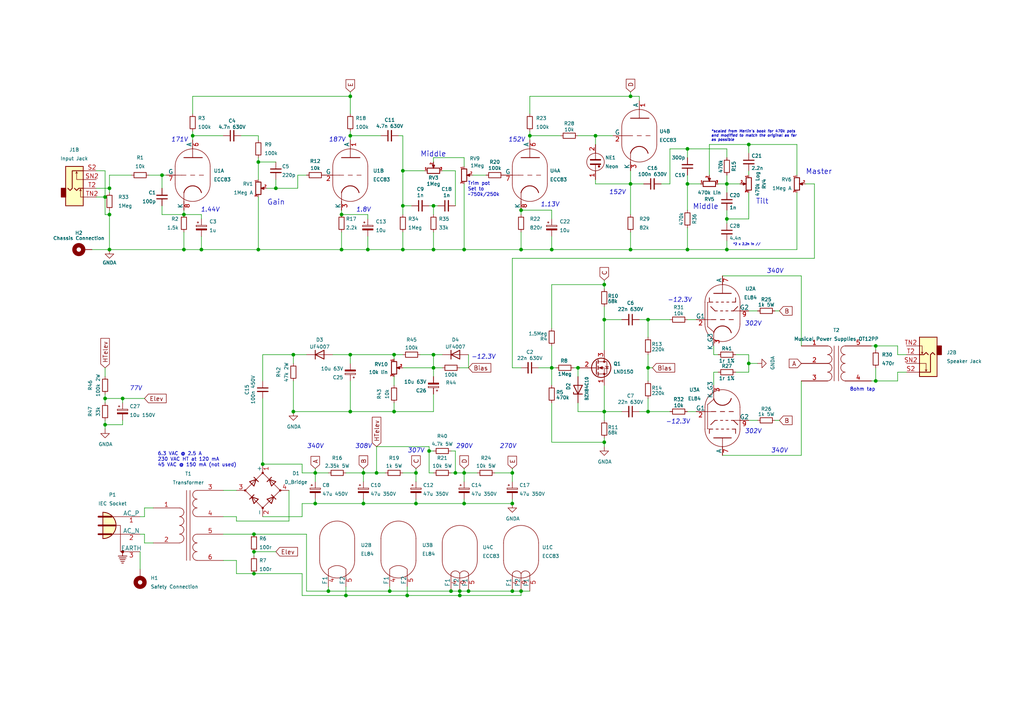
<source format=kicad_sch>
(kicad_sch (version 20250114) (generator "eeschema") (generator_version "9.0")
  (paper "A4")
  (text "Gain" (at 77.47 59.69 0) (effects (font (size 1.524 1.524)) (justify left bottom)))
  (text "1.44V" (at 60.96 60.96 0) (effects (font (size 1.27 1.27) (italic yes))))
  (text "-12.3V" (at 196.596 122.428 0) (effects (font (size 1.27 1.27) (italic yes))))
  (text "290V" (at 134.62 129.54 0) (effects (font (size 1.27 1.27) (italic yes))))
  (text "340V" (at 224.79 78.74 0) (effects (font (size 1.27 1.27) (italic yes))))
  (text "340V" (at 226.06 130.81 0) (effects (font (size 1.27 1.27) (italic yes))))
  (text "-12.3V" (at 197.104 87.122 0) (effects (font (size 1.27 1.27) (italic yes))))
  (text "152V" (at 179.07 55.88 0) (effects (font (size 1.27 1.27) (italic yes))))
  (text "308V" (at 105.41 129.54 0) (effects (font (size 1.27 1.27) (italic yes))))
  (text "Trim pot\nSet to\n~750k/250k" (at 135.636 57.15 0) (effects (font (size 1 1)) (justify left bottom)))
  (text "*scaled from Merlin's book for 470k pots\nand modified to match the original as far\nas possible" (at 206.248 41.148 0) (effects (font (size 0.762 0.762) (italic yes)) (justify left bottom)))
  (text "302V" (at 218.44 125.222 0) (effects (font (size 1.27 1.27) (italic yes))))
  (text "152V" (at 149.86 40.64 0) (effects (font (size 1.27 1.27) (italic yes))))
  (text "307V" (at 120.65 130.81 0) (effects (font (size 1.27 1.27) (italic yes))))
  (text "Tilt" (at 219.202 59.436 0) (effects (font (size 1.524 1.524)) (justify left bottom)))
  (text "Middle" (at 200.914 60.96 0) (effects (font (size 1.524 1.524)) (justify left bottom)))
  (text "302V" (at 218.44 93.98 0) (effects (font (size 1.27 1.27) (italic yes))))
  (text "*2 x 2.2n in //" (at 212.598 71.374 0) (effects (font (size 0.635 0.635)) (justify left bottom)))
  (text "Master" (at 233.68 50.8 0) (effects (font (size 1.524 1.524)) (justify left bottom)))
  (text "1.8V" (at 105.41 60.96 0) (effects (font (size 1.27 1.27) (italic yes))))
  (text "-12.3V" (at 140.208 103.632 0) (effects (font (size 1.27 1.27) (italic yes))))
  (text "6.3 VAC @ 2.5 A\n230 VAC HT at 120 mA\n45 VAC @ 150 mA (not used)" (at 45.72 133.35 0) (effects (font (size 1 1)) (justify left)))
  (text "Middle" (at 121.92 45.72 0) (effects (font (size 1.524 1.524)) (justify left bottom)))
  (text "187V" (at 97.79 40.64 0) (effects (font (size 1.27 1.27) (italic yes))))
  (text "270V" (at 147.32 129.54 0) (effects (font (size 1.27 1.27) (italic yes))))
  (text "8ohm tap" (at 250.19 113.03 0) (effects (font (size 1 1))))
  (text "171V" (at 52.07 40.64 0) (effects (font (size 1.27 1.27) (italic yes))))
  (text "1.13V" (at 159.512 59.436 0) (effects (font (size 1.27 1.27) (italic yes))))
  (text "77V" (at 39.37 112.776 0) (effects (font (size 1.27 1.27) (italic yes))))
  (text "340V" (at 91.44 129.54 0) (effects (font (size 1.27 1.27) (italic yes))))
  (junction (at 31.75 62.23))
  (junction (at 148.59 171.45))
  (junction (at 101.6 39.37))
  (junction (at 182.88 27.94))
  (junction (at 125.73 72.39))
  (junction (at 199.39 72.39))
  (junction (at 85.09 102.87))
  (junction (at 85.09 119.38))
  (junction (at 148.59 137.16))
  (junction (at 30.48 123.19))
  (junction (at 124.46 130.81))
  (junction (at 187.96 106.68))
  (junction (at 175.26 119.38))
  (junction (at 31.75 72.39))
  (junction (at 100.33 172.72))
  (junction (at 182.88 72.39))
  (junction (at 172.72 39.37))
  (junction (at 125.73 59.69))
  (junction (at 30.48 115.57))
  (junction (at 53.34 62.23))
  (junction (at 106.68 72.39))
  (junction (at 167.64 106.68))
  (junction (at 182.88 53.34))
  (junction (at 74.93 72.39))
  (junction (at 95.25 171.45))
  (junction (at 105.41 146.05))
  (junction (at 101.6 27.94))
  (junction (at 74.93 46.99))
  (junction (at 254 110.49))
  (junction (at 175.26 92.71))
  (junction (at 55.88 39.37))
  (junction (at 125.73 102.87))
  (junction (at 113.03 171.45))
  (junction (at 73.66 154.94))
  (junction (at 120.65 146.05))
  (junction (at 199.39 53.34))
  (junction (at 210.82 63.5))
  (junction (at 53.34 72.39))
  (junction (at 31.75 54.61))
  (junction (at 116.84 72.39))
  (junction (at 151.13 60.96))
  (junction (at 175.26 128.27))
  (junction (at 125.73 106.68))
  (junction (at 46.99 50.8))
  (junction (at 118.11 172.72))
  (junction (at 120.65 137.16))
  (junction (at 99.06 72.39))
  (junction (at 114.3 119.38))
  (junction (at 151.13 72.39))
  (junction (at 160.02 72.39))
  (junction (at 187.96 119.38))
  (junction (at 175.26 82.55))
  (junction (at 133.35 171.45))
  (junction (at 35.56 115.57))
  (junction (at 116.84 59.69))
  (junction (at 91.44 137.16))
  (junction (at 91.44 146.05))
  (junction (at 187.96 92.71))
  (junction (at 199.39 43.18))
  (junction (at 153.67 39.37))
  (junction (at 130.81 171.45))
  (junction (at 114.3 102.87))
  (junction (at 101.6 119.38))
  (junction (at 80.01 54.61))
  (junction (at 160.02 106.68))
  (junction (at 254 100.33))
  (junction (at 99.06 62.23))
  (junction (at 210.82 53.34))
  (junction (at 134.62 146.05))
  (junction (at 109.22 137.16))
  (junction (at 135.89 171.45))
  (junction (at 133.35 172.72))
  (junction (at 76.2 134.62))
  (junction (at 151.13 171.45))
  (junction (at 132.08 137.16))
  (junction (at 105.41 137.16))
  (junction (at 73.66 160.02))
  (junction (at 148.59 146.05))
  (junction (at 217.17 105.41))
  (junction (at 30.48 57.15))
  (junction (at 134.62 137.16))
  (junction (at 116.84 49.53))
  (junction (at 73.66 166.37))
  (junction (at 210.82 72.39))
  (junction (at 101.6 102.87))
  (junction (at 58.42 72.39))
  (junction (at 134.62 72.39))
  (junction (at 217.17 41.91))
  (wire (pts (xy 91.44 135.89) (xy 91.44 137.16)))
  (wire (pts (xy 125.73 102.87) (xy 128.27 102.87)))
  (wire (pts (xy 114.3 102.87) (xy 114.3 104.14)))
  (wire (pts (xy 30.48 114.3) (xy 30.48 115.57)))
  (wire (pts (xy 224.79 121.92) (xy 226.06 121.92)))
  (wire (pts (xy 189.23 106.68) (xy 187.96 106.68)))
  (wire (pts (xy 41.91 157.48) (xy 41.91 154.94)))
  (wire (pts (xy 91.44 137.16) (xy 95.25 137.16)))
  (wire (pts (xy 167.64 39.37) (xy 172.72 39.37)))
  (wire (pts (xy 114.3 116.84) (xy 114.3 119.38)))
  (wire (pts (xy 53.34 60.96) (xy 53.34 62.23)))
  (wire (pts (xy 73.66 160.02) (xy 80.01 160.02)))
  (wire (pts (xy 106.68 72.39) (xy 99.06 72.39)))
  (wire (pts (xy 58.42 63.5) (xy 58.42 62.23)))
  (wire (pts (xy 68.58 149.86) (xy 68.58 151.13)))
  (wire (pts (xy 207.01 107.95) (xy 208.28 107.95)))
  (wire (pts (xy 175.26 82.55) (xy 175.26 83.82)))
  (wire (pts (xy 87.63 146.05) (xy 91.44 146.05)))
  (wire (pts (xy 55.88 27.94) (xy 101.6 27.94)))
  (wire (pts (xy 87.63 166.37) (xy 87.63 172.72)))
  (wire (pts (xy 199.39 53.34) (xy 199.39 60.96)))
  (wire (pts (xy 76.2 102.87) (xy 85.09 102.87)))
  (wire (pts (xy 105.41 146.05) (xy 120.65 146.05)))
  (wire (pts (xy 35.56 123.19) (xy 30.48 123.19)))
  (wire (pts (xy 208.28 53.34) (xy 210.82 53.34)))
  (wire (pts (xy 182.88 53.34) (xy 186.69 53.34)))
  (wire (pts (xy 46.99 50.8) (xy 48.26 50.8)))
  (wire (pts (xy 113.03 171.45) (xy 130.81 171.45)))
  (wire (pts (xy 125.73 106.68) (xy 128.27 106.68)))
  (wire (pts (xy 116.84 59.69) (xy 119.38 59.69)))
  (wire (pts (xy 125.73 137.16) (xy 124.46 137.16)))
  (wire (pts (xy 213.36 102.87) (xy 217.17 102.87)))
  (wire (pts (xy 194.31 53.34) (xy 194.31 43.18)))
  (wire (pts (xy 30.48 121.92) (xy 30.48 123.19)))
  (wire (pts (xy 100.33 137.16) (xy 105.41 137.16)))
  (wire (pts (xy 31.75 54.61) (xy 31.75 55.88)))
  (wire (pts (xy 58.42 72.39) (xy 74.93 72.39)))
  (wire (pts (xy 116.84 72.39) (xy 125.73 72.39)))
  (wire (pts (xy 217.17 121.92) (xy 219.71 121.92)))
  (wire (pts (xy 217.17 102.87) (xy 217.17 105.41)))
  (wire (pts (xy 55.88 38.1) (xy 55.88 39.37)))
  (wire (pts (xy 167.64 119.38) (xy 167.64 116.84)))
  (wire (pts (xy 55.88 39.37) (xy 55.88 40.64)))
  (wire (pts (xy 135.89 106.68) (xy 135.89 102.87)))
  (wire (pts (xy 99.06 72.39) (xy 74.93 72.39)))
  (wire (pts (xy 30.48 115.57) (xy 35.56 115.57)))
  (wire (pts (xy 95.25 171.45) (xy 113.03 171.45)))
  (wire (pts (xy 182.88 67.31) (xy 182.88 72.39)))
  (wire (pts (xy 260.35 100.33) (xy 254 100.33)))
  (wire (pts (xy 132.08 137.16) (xy 134.62 137.16)))
  (wire (pts (xy 134.62 146.05) (xy 148.59 146.05)))
  (wire (pts (xy 217.17 41.91) (xy 231.14 41.91)))
  (wire (pts (xy 85.09 110.49) (xy 85.09 119.38)))
  (wire (pts (xy 185.42 27.94) (xy 182.88 27.94)))
  (wire (pts (xy 180.34 119.38) (xy 175.26 119.38)))
  (wire (pts (xy 207.01 100.33) (xy 207.01 102.87)))
  (wire (pts (xy 44.45 147.32) (xy 41.91 147.32)))
  (wire (pts (xy 153.67 27.94) (xy 153.67 33.02)))
  (wire (pts (xy 262.89 107.95) (xy 260.35 107.95)))
  (wire (pts (xy 148.59 171.45) (xy 151.13 171.45)))
  (wire (pts (xy 172.72 39.37) (xy 172.72 41.91)))
  (wire (pts (xy 151.13 60.96) (xy 160.02 60.96)))
  (wire (pts (xy 76.2 110.49) (xy 76.2 102.87)))
  (wire (pts (xy 210.82 63.5) (xy 210.82 64.77)))
  (wire (pts (xy 210.82 53.34) (xy 214.63 53.34)))
  (wire (pts (xy 58.42 68.58) (xy 58.42 72.39)))
  (wire (pts (xy 116.84 39.37) (xy 115.57 39.37)))
  (wire (pts (xy 191.77 53.34) (xy 194.31 53.34)))
  (wire (pts (xy 85.09 102.87) (xy 88.9 102.87)))
  (wire (pts (xy 125.73 106.68) (xy 125.73 109.22)))
  (wire (pts (xy 74.93 57.15) (xy 74.93 72.39)))
  (wire (pts (xy 166.37 106.68) (xy 167.64 106.68)))
  (wire (pts (xy 260.35 107.95) (xy 260.35 110.49)))
  (wire (pts (xy 125.73 72.39) (xy 134.62 72.39)))
  (wire (pts (xy 74.93 46.99) (xy 80.01 46.99)))
  (wire (pts (xy 210.82 43.18) (xy 210.82 45.72)))
  (wire (pts (xy 31.75 54.61) (xy 27.94 54.61)))
  (wire (pts (xy 151.13 171.45) (xy 151.13 172.72)))
  (wire (pts (xy 31.75 62.23) (xy 30.48 62.23)))
  (wire (pts (xy 101.6 38.1) (xy 101.6 39.37)))
  (wire (pts (xy 125.73 130.81) (xy 124.46 130.81)))
  (wire (pts (xy 121.92 102.87) (xy 125.73 102.87)))
  (wire (pts (xy 160.02 100.33) (xy 160.02 106.68)))
  (wire (pts (xy 125.73 46.99) (xy 125.73 45.72)))
  (wire (pts (xy 116.84 137.16) (xy 120.65 137.16)))
  (wire (pts (xy 254 106.68) (xy 254 110.49)))
  (wire (pts (xy 27.94 57.15) (xy 30.48 57.15)))
  (wire (pts (xy 160.02 106.68) (xy 160.02 111.76)))
  (wire (pts (xy 31.75 60.96) (xy 31.75 62.23)))
  (wire (pts (xy 252.73 100.33) (xy 254 100.33)))
  (wire (pts (xy 199.39 43.18) (xy 199.39 45.72)))
  (wire (pts (xy 134.62 45.72) (xy 134.62 48.26)))
  (wire (pts (xy 87.63 134.62) (xy 87.63 137.16)))
  (wire (pts (xy 252.73 110.49) (xy 254 110.49)))
  (wire (pts (xy 153.67 39.37) (xy 153.67 40.64)))
  (wire (pts (xy 105.41 135.89) (xy 105.41 137.16)))
  (wire (pts (xy 133.35 106.68) (xy 135.89 106.68)))
  (wire (pts (xy 116.84 67.31) (xy 116.84 72.39)))
  (wire (pts (xy 137.16 50.8) (xy 140.97 50.8)))
  (wire (pts (xy 43.18 50.8) (xy 46.99 50.8)))
  (wire (pts (xy 172.72 53.34) (xy 172.72 52.07)))
  (wire (pts (xy 74.93 39.37) (xy 74.93 40.64)))
  (wire (pts (xy 262.89 102.87) (xy 260.35 102.87)))
  (wire (pts (xy 31.75 62.23) (xy 31.75 72.39)))
  (wire (pts (xy 209.55 80.01) (xy 232.41 80.01)))
  (wire (pts (xy 80.01 54.61) (xy 86.36 54.61)))
  (wire (pts (xy 68.58 162.56) (xy 68.58 166.37)))
  (wire (pts (xy 160.02 68.58) (xy 160.02 72.39)))
  (wire (pts (xy 210.82 50.8) (xy 210.82 53.34)))
  (wire (pts (xy 167.64 119.38) (xy 175.26 119.38)))
  (wire (pts (xy 53.34 72.39) (xy 53.34 67.31)))
  (wire (pts (xy 130.81 130.81) (xy 132.08 130.81)))
  (wire (pts (xy 120.65 144.78) (xy 120.65 146.05)))
  (wire (pts (xy 232.41 80.01) (xy 232.41 100.33)))
  (wire (pts (xy 199.39 72.39) (xy 182.88 72.39)))
  (wire (pts (xy 68.58 149.86) (xy 64.77 149.86)))
  (wire (pts (xy 187.96 92.71) (xy 187.96 97.79)))
  (wire (pts (xy 125.73 59.69) (xy 125.73 62.23)))
  (wire (pts (xy 101.6 110.49) (xy 101.6 119.38)))
  (wire (pts (xy 125.73 45.72) (xy 134.62 45.72)))
  (wire (pts (xy 64.77 142.24) (xy 68.58 142.24)))
  (wire (pts (xy 46.99 62.23) (xy 53.34 62.23)))
  (wire (pts (xy 35.56 115.57) (xy 35.56 116.84)))
  (wire (pts (xy 44.45 157.48) (xy 41.91 157.48)))
  (wire (pts (xy 209.55 132.08) (xy 232.41 132.08)))
  (wire (pts (xy 27.94 49.53) (xy 30.48 49.53)))
  (wire (pts (xy 175.26 81.28) (xy 175.26 82.55)))
  (wire (pts (xy 217.17 90.17) (xy 219.71 90.17)))
  (wire (pts (xy 175.26 101.6) (xy 175.26 92.71)))
  (wire (pts (xy 100.33 172.72) (xy 118.11 172.72)))
  (wire (pts (xy 116.84 39.37) (xy 116.84 49.53)))
  (wire (pts (xy 182.88 53.34) (xy 182.88 62.23)))
  (wire (pts (xy 114.3 109.22) (xy 114.3 111.76)))
  (wire (pts (xy 46.99 54.61) (xy 46.99 50.8)))
  (wire (pts (xy 175.26 119.38) (xy 175.26 121.92)))
  (wire (pts (xy 231.14 55.88) (xy 231.14 72.39)))
  (wire (pts (xy 148.59 135.89) (xy 148.59 137.16)))
  (wire (pts (xy 135.89 171.45) (xy 148.59 171.45)))
  (wire (pts (xy 80.01 54.61) (xy 80.01 52.07)))
  (wire (pts (xy 199.39 43.18) (xy 210.82 43.18)))
  (wire (pts (xy 74.93 46.99) (xy 74.93 52.07)))
  (wire (pts (xy 41.91 149.86) (xy 40.64 149.86)))
  (wire (pts (xy 187.96 92.71) (xy 194.31 92.71)))
  (wire (pts (xy 120.65 135.89) (xy 120.65 137.16)))
  (wire (pts (xy 260.35 102.87) (xy 260.35 100.33)))
  (wire (pts (xy 26.67 72.39) (xy 31.75 72.39)))
  (wire (pts (xy 83.82 151.13) (xy 83.82 142.24)))
  (wire (pts (xy 254 100.33) (xy 254 101.6)))
  (wire (pts (xy 134.62 137.16) (xy 134.62 139.7)))
  (wire (pts (xy 99.06 67.31) (xy 99.06 72.39)))
  (wire (pts (xy 116.84 49.53) (xy 123.19 49.53)))
  (wire (pts (xy 95.25 170.18) (xy 95.25 171.45)))
  (wire (pts (xy 124.46 130.81) (xy 124.46 137.16)))
  (wire (pts (xy 160.02 82.55) (xy 175.26 82.55)))
  (wire (pts (xy 38.1 50.8) (xy 31.75 50.8)))
  (wire (pts (xy 134.62 72.39) (xy 151.13 72.39)))
  (wire (pts (xy 101.6 39.37) (xy 110.49 39.37)))
  (wire (pts (xy 217.17 107.95) (xy 217.17 105.41)))
  (wire (pts (xy 101.6 39.37) (xy 101.6 40.64)))
  (wire (pts (xy 187.96 106.68) (xy 187.96 102.87)))
  (wire (pts (xy 199.39 119.38) (xy 201.93 119.38)))
  (wire (pts (xy 210.82 69.85) (xy 210.82 72.39)))
  (wire (pts (xy 160.02 82.55) (xy 160.02 95.25)))
  (wire (pts (xy 55.88 33.02) (xy 55.88 27.94)))
  (wire (pts (xy 114.3 119.38) (xy 125.73 119.38)))
  (wire (pts (xy 68.58 166.37) (xy 73.66 166.37)))
  (wire (pts (xy 148.59 106.68) (xy 148.59 74.93)))
  (wire (pts (xy 87.63 137.16) (xy 91.44 137.16)))
  (wire (pts (xy 205.74 41.91) (xy 217.17 41.91)))
  (wire (pts (xy 148.59 137.16) (xy 148.59 139.7)))
  (wire (pts (xy 109.22 129.54) (xy 109.22 137.16)))
  (wire (pts (xy 236.22 53.34) (xy 233.68 53.34)))
  (wire (pts (xy 41.91 154.94) (xy 40.64 154.94)))
  (wire (pts (xy 217.17 55.88) (xy 217.17 63.5)))
  (wire (pts (xy 116.84 106.68) (xy 125.73 106.68)))
  (wire (pts (xy 35.56 115.57) (xy 41.91 115.57)))
  (wire (pts (xy 194.31 43.18) (xy 199.39 43.18)))
  (wire (pts (xy 143.51 137.16) (xy 148.59 137.16)))
  (wire (pts (xy 124.46 129.54) (xy 124.46 130.81)))
  (wire (pts (xy 185.42 92.71) (xy 187.96 92.71)))
  (wire (pts (xy 91.44 137.16) (xy 91.44 139.7)))
  (wire (pts (xy 69.85 39.37) (xy 74.93 39.37)))
  (wire (pts (xy 73.66 166.37) (xy 87.63 166.37)))
  (wire (pts (xy 175.26 111.76) (xy 175.26 119.38)))
  (wire (pts (xy 199.39 66.04) (xy 199.39 72.39)))
  (wire (pts (xy 151.13 171.45) (xy 153.67 171.45)))
  (wire (pts (xy 182.88 27.94) (xy 182.88 26.67)))
  (wire (pts (xy 74.93 45.72) (xy 74.93 46.99)))
  (wire (pts (xy 116.84 49.53) (xy 116.84 59.69)))
  (wire (pts (xy 125.73 67.31) (xy 125.73 72.39)))
  (wire (pts (xy 187.96 115.57) (xy 187.96 119.38)))
  (wire (pts (xy 153.67 38.1) (xy 153.67 39.37)))
  (wire (pts (xy 134.62 144.78) (xy 134.62 146.05)))
  (wire (pts (xy 120.65 137.16) (xy 120.65 139.7)))
  (wire (pts (xy 58.42 62.23) (xy 53.34 62.23)))
  (wire (pts (xy 160.02 128.27) (xy 175.26 128.27)))
  (wire (pts (xy 182.88 72.39) (xy 160.02 72.39)))
  (wire (pts (xy 130.81 171.45) (xy 133.35 171.45)))
  (wire (pts (xy 30.48 115.57) (xy 30.48 116.84)))
  (wire (pts (xy 118.11 172.72) (xy 133.35 172.72)))
  (wire (pts (xy 128.27 49.53) (xy 132.08 49.53)))
  (wire (pts (xy 106.68 62.23) (xy 106.68 63.5)))
  (wire (pts (xy 30.48 49.53) (xy 30.48 57.15)))
  (wire (pts (xy 182.88 27.94) (xy 153.67 27.94)))
  (wire (pts (xy 105.41 137.16) (xy 109.22 137.16)))
  (wire (pts (xy 199.39 53.34) (xy 203.2 53.34)))
  (wire (pts (xy 172.72 53.34) (xy 182.88 53.34)))
  (wire (pts (xy 30.48 123.19) (xy 30.48 124.46)))
  (wire (pts (xy 133.35 172.72) (xy 133.35 171.45)))
  (wire (pts (xy 210.82 53.34) (xy 210.82 55.88)))
  (wire (pts (xy 185.42 119.38) (xy 187.96 119.38)))
  (wire (pts (xy 160.02 60.96) (xy 160.02 63.5)))
  (wire (pts (xy 260.35 110.49) (xy 254 110.49)))
  (wire (pts (xy 40.64 160.02) (xy 40.64 165.1)))
  (wire (pts (xy 199.39 92.71) (xy 201.93 92.71)))
  (wire (pts (xy 160.02 116.84) (xy 160.02 128.27)))
  (wire (pts (xy 175.26 128.27) (xy 175.26 129.54)))
  (wire (pts (xy 120.65 146.05) (xy 134.62 146.05)))
  (wire (pts (xy 210.82 72.39) (xy 231.14 72.39)))
  (wire (pts (xy 124.46 59.69) (xy 125.73 59.69)))
  (wire (pts (xy 64.77 162.56) (xy 68.58 162.56)))
  (wire (pts (xy 41.91 147.32) (xy 41.91 149.86)))
  (wire (pts (xy 68.58 151.13) (xy 83.82 151.13)))
  (wire (pts (xy 232.41 132.08) (xy 232.41 110.49)))
  (wire (pts (xy 87.63 172.72) (xy 100.33 172.72)))
  (wire (pts (xy 180.34 92.71) (xy 175.26 92.71)))
  (wire (pts (xy 199.39 72.39) (xy 210.82 72.39)))
  (wire (pts (xy 167.64 106.68) (xy 167.64 109.22)))
  (wire (pts (xy 185.42 29.21) (xy 185.42 27.94)))
  (wire (pts (xy 30.48 57.15) (xy 30.48 62.23)))
  (wire (pts (xy 132.08 49.53) (xy 132.08 59.69)))
  (wire (pts (xy 105.41 144.78) (xy 105.41 146.05)))
  (wire (pts (xy 99.06 60.96) (xy 99.06 62.23)))
  (wire (pts (xy 156.21 106.68) (xy 160.02 106.68)))
  (wire (pts (xy 224.79 90.17) (xy 226.06 90.17)))
  (wire (pts (xy 151.13 60.96) (xy 151.13 62.23)))
  (wire (pts (xy 231.14 41.91) (xy 231.14 50.8)))
  (wire (pts (xy 31.75 50.8) (xy 31.75 54.61)))
  (wire (pts (xy 116.84 72.39) (xy 106.68 72.39)))
  (wire (pts (xy 172.72 39.37) (xy 177.8 39.37)))
  (wire (pts (xy 116.84 59.69) (xy 116.84 62.23)))
  (wire (pts (xy 125.73 119.38) (xy 125.73 114.3)))
  (wire (pts (xy 160.02 72.39) (xy 151.13 72.39)))
  (wire (pts (xy 88.9 171.45) (xy 95.25 171.45)))
  (wire (pts (xy 58.42 72.39) (xy 53.34 72.39)))
  (wire (pts (xy 217.17 49.53) (xy 217.17 50.8)))
  (wire (pts (xy 85.09 119.38) (xy 101.6 119.38)))
  (wire (pts (xy 124.46 129.54) (xy 109.22 129.54)))
  (wire (pts (xy 77.47 54.61) (xy 80.01 54.61)))
  (wire (pts (xy 199.39 50.8) (xy 199.39 53.34)))
  (wire (pts (xy 134.62 53.34) (xy 134.62 72.39)))
  (wire (pts (xy 55.88 39.37) (xy 64.77 39.37)))
  (wire (pts (xy 175.26 127) (xy 175.26 128.27)))
  (wire (pts (xy 118.11 172.72) (xy 118.11 170.18)))
  (wire (pts (xy 210.82 60.96) (xy 210.82 63.5)))
  (wire (pts (xy 213.36 107.95) (xy 217.17 107.95)))
  (wire (pts (xy 76.2 134.62) (xy 87.63 134.62)))
  (wire (pts (xy 133.35 172.72) (xy 151.13 172.72)))
  (wire (pts (xy 114.3 102.87) (xy 116.84 102.87)))
  (wire (pts (xy 133.35 171.45) (xy 135.89 171.45)))
  (wire (pts (xy 151.13 67.31) (xy 151.13 72.39)))
  (wire (pts (xy 187.96 119.38) (xy 194.31 119.38)))
  (wire (pts (xy 105.41 137.16) (xy 105.41 139.7)))
  (wire (pts (xy 76.2 149.86) (xy 87.63 149.86)))
  (wire (pts (xy 134.62 135.89) (xy 134.62 137.16)))
  (wire (pts (xy 101.6 26.67) (xy 101.6 27.94)))
  (wire (pts (xy 76.2 115.57) (xy 76.2 134.62)))
  (wire (pts (xy 53.34 72.39) (xy 31.75 72.39)))
  (wire (pts (xy 91.44 146.05) (xy 105.41 146.05)))
  (wire (pts (xy 182.88 49.53) (xy 182.88 53.34)))
  (wire (pts (xy 86.36 50.8) (xy 88.9 50.8)))
  (wire (pts (xy 101.6 102.87) (xy 114.3 102.87)))
  (wire (pts (xy 148.59 74.93) (xy 236.22 74.93)))
  (wire (pts (xy 207.01 111.76) (xy 207.01 107.95)))
  (wire (pts (xy 236.22 74.93) (xy 236.22 53.34)))
  (wire (pts (xy 73.66 160.02) (xy 73.66 161.29)))
  (wire (pts (xy 175.26 88.9) (xy 175.26 92.71)))
  (wire (pts (xy 132.08 130.81) (xy 132.08 137.16)))
  (wire (pts (xy 217.17 105.41) (xy 219.71 105.41)))
  (wire (pts (xy 64.77 154.94) (xy 73.66 154.94)))
  (wire (pts (xy 88.9 154.94) (xy 88.9 171.45)))
  (wire (pts (xy 87.63 149.86) (xy 87.63 146.05)))
  (wire (pts (xy 217.17 63.5) (xy 210.82 63.5)))
  (wire (pts (xy 35.56 121.92) (xy 35.56 123.19)))
  (wire (pts (xy 96.52 102.87) (xy 101.6 102.87)))
  (wire (pts (xy 100.33 172.72) (xy 100.33 170.18)))
  (wire (pts (xy 134.62 137.16) (xy 138.43 137.16)))
  (wire (pts (xy 73.66 154.94) (xy 88.9 154.94)))
  (wire (pts (xy 101.6 33.02) (xy 101.6 27.94)))
  (wire (pts (xy 46.99 59.69) (xy 46.99 62.23)))
  (wire (pts (xy 187.96 106.68) (xy 187.96 110.49)))
  (wire (pts (xy 125.73 102.87) (xy 125.73 106.68)))
  (wire (pts (xy 106.68 68.58) (xy 106.68 72.39)))
  (wire (pts (xy 153.67 39.37) (xy 162.56 39.37)))
  (wire (pts (xy 99.06 62.23) (xy 106.68 62.23)))
  (wire (pts (xy 101.6 119.38) (xy 114.3 119.38)))
  (wire (pts (xy 86.36 54.61) (xy 86.36 50.8)))
  (wire (pts (xy 91.44 146.05) (xy 91.44 144.78)))
  (wire (pts (xy 101.6 102.87) (xy 101.6 105.41)))
  (wire (pts (xy 130.81 137.16) (xy 132.08 137.16)))
  (wire (pts (xy 85.09 102.87) (xy 85.09 105.41)))
  (wire (pts (xy 160.02 106.68) (xy 161.29 106.68)))
  (wire (pts (xy 125.73 59.69) (xy 127 59.69)))
  (wire (pts (xy 109.22 137.16) (xy 111.76 137.16)))
  (wire (pts (xy 148.59 106.68) (xy 151.13 106.68)))
  (wire (pts (xy 148.59 146.05) (xy 148.59 144.78)))
  (wire (pts (xy 207.01 102.87) (xy 208.28 102.87)))
  (wire (pts (xy 217.17 44.45) (xy 217.17 41.91)))
  (wire (pts (xy 30.48 106.68) (xy 30.48 109.22)))
  (wire (pts (xy 205.74 50.8) (xy 205.74 41.91)))
  (wire (pts (xy 113.03 170.18) (xy 113.03 171.45)))
  (global_label "C" (shape input) (at 175.26 81.28 90) (property "Intersheetrefs" "${INTERSHEET_REFS}" (effects (hide yes))))
  (global_label "Bias" (shape input) (at 189.23 106.68 0) (property "Intersheetrefs" "${INTERSHEET_REFS}" (effects (hide yes))))
  (global_label "D" (shape input) (at 134.62 135.89 90) (property "Intersheetrefs" "${INTERSHEET_REFS}" (effects (hide yes))))
  (global_label "B" (shape input) (at 226.06 90.17 0) (property "Intersheetrefs" "${INTERSHEET_REFS}" (effects (hide yes))))
  (global_label "B" (shape input) (at 105.41 135.89 90) (property "Intersheetrefs" "${INTERSHEET_REFS}" (effects (hide yes))))
  (global_label "E" (shape input) (at 148.59 135.89 90) (property "Intersheetrefs" "${INTERSHEET_REFS}" (effects (hide yes))))
  (global_label "B" (shape input) (at 226.06 121.92 0) (property "Intersheetrefs" "${INTERSHEET_REFS}" (effects (hide yes))))
  (global_label "Elev" (shape input) (at 41.91 115.57 0) (property "Intersheetrefs" "${INTERSHEET_REFS}" (effects (hide yes))))
  (global_label "Bias" (shape input) (at 135.89 106.68 0) (property "Intersheetrefs" "${INTERSHEET_REFS}" (effects (hide yes))))
  (global_label "C" (shape input) (at 120.65 135.89 90) (property "Intersheetrefs" "${INTERSHEET_REFS}" (effects (hide yes))))
  (global_label "E" (shape input) (at 101.6 26.67 90) (property "Intersheetrefs" "${INTERSHEET_REFS}" (effects (hide yes))))
  (global_label "Elev" (shape input) (at 80.01 160.02 0) (property "Intersheetrefs" "${INTERSHEET_REFS}" (effects (hide yes))))
  (global_label "HTelev" (shape input) (at 30.48 106.68 90) (property "Intersheetrefs" "${INTERSHEET_REFS}" (effects (hide yes))))
  (global_label "A" (shape input) (at 91.44 135.89 90) (property "Intersheetrefs" "${INTERSHEET_REFS}" (effects (hide yes))))
  (global_label "A" (shape input) (at 232.41 105.41 180) (property "Intersheetrefs" "${INTERSHEET_REFS}" (effects (hide yes))))
  (global_label "D" (shape input) (at 182.88 26.67 90) (property "Intersheetrefs" "${INTERSHEET_REFS}" (effects (hide yes))))
  (global_label "HTelev" (shape input) (at 109.22 129.54 90) (property "Intersheetrefs" "${INTERSHEET_REFS}" (effects (hide yes))))
  (symbol (lib_id "Device:C_Small") (at 217.17 46.99 0) (unit 1)
    (property "Reference" "C21" (at 217.932 45.212 0) (effects (font (size 1 1)) (justify left)))
    (property "Value" "2.2n" (at 217.932 48.768 0) (effects (font (size 1 1)) (justify left)))
    (property "Footprint" "Capacitor_THT:C_Axial_L12.0mm_D6.5mm_P15.00mm_Horizontal" (effects (hide yes)))
    (property "Description" "Unpolarized capacitor, small symbol" (effects (hide yes)))
  )
  (symbol (lib_id "Valve:ECC83") (at 185.42 39.37 0) (unit 2)
    (property "Reference" "U4" (at 191.262 38.0999 0) (effects (font (size 1 1)) (justify left)))
    (property "Value" "ECC83" (at 191.262 40.6399 0) (effects (font (size 1 1)) (justify left)))
    (property "Footprint" "Valve:Valve_Noval_P" (effects (hide yes)))
    (property "Datasheet" "http://www.r-type.org/pdfs/ecc83.pdf" (effects (hide yes)))
    (property "Description" "double triode" (effects (hide yes)))
  )
  (symbol (lib_id "JamNightLibrary:R_Small_TC") (at 55.88 35.56 180) (unit 1)
    (property "Reference" "R3" (at 57.404 34.29 0) (effects (font (size 1 1)) (justify right)))
    (property "Value" "100k" (at 57.404 36.83 0) (effects (font (size 1 1)) (justify right)))
    (property "Description" "Resistor, small symbol" (effects (hide yes)))
  )
  (symbol (lib_id "JamNightLibrary:R_Small_TC") (at 196.85 119.38 90) (unit 1)
    (property "Reference" "R32" (at 196.85 115.824 90) (effects (font (size 1 1))))
    (property "Value" "10k" (at 196.85 117.602 90) (effects (font (size 1 1))))
    (property "Description" "Resistor, small symbol" (effects (hide yes)))
  )
  (symbol (lib_id "JamNightLibrary:R_Small_TC") (at 114.3 114.3 180) (unit 1)
    (property "Reference" "R43" (at 109.982 114.3 90) (effects (font (size 1 1))))
    (property "Value" "10k" (at 112.268 114.3 90) (effects (font (size 1 1))))
    (property "Description" "Resistor, small symbol" (effects (hide yes)))
  )
  (symbol (lib_id "JamNightLibrary:R_Small_TC") (at 99.06 64.77 180) (unit 1)
    (property "Reference" "R17" (at 100.33 63.5 0) (effects (font (size 1 1)) (justify right)))
    (property "Value" "2.2k" (at 100.33 66.04 0) (effects (font (size 1 1)) (justify right)))
    (property "Description" "Resistor, small symbol" (effects (hide yes)))
  )
  (symbol (lib_id "Device:R_Potentiometer_Small") (at 231.14 53.34 0) (unit 1)
    (property "Reference" "RV6" (at 229.616 52.07 0) (effects (font (size 1 1)) (justify right)))
    (property "Value" "1Meg A" (at 229.616 54.61 0) (effects (font (size 1 1)) (justify right)))
    (property "Description" "Potentiometer" (effects (hide yes)))
  )
  (symbol (lib_id "Device:C_Small") (at 46.99 57.15 0) (mirror x) (unit 1)
    (property "Reference" "C1" (at 45.212 55.88 0) (effects (font (size 1 1)) (justify right)))
    (property "Value" "100p" (at 45.212 58.42 0) (effects (font (size 1 1)) (justify right)))
    (property "Description" "Unpolarized capacitor, small symbol" (effects (hide yes)))
  )
  (symbol (lib_id "JamNightLibrary:R_Small_TC") (at 40.64 50.8 90) (unit 1)
    (property "Reference" "R1" (at 40.64 45.72 90) (effects (font (size 1 1))))
    (property "Value" "10k" (at 40.64 48.26 90) (effects (font (size 1 1))))
    (property "Description" "Resistor, small symbol" (effects (hide yes)))
  )
  (symbol (lib_id "Device:R_Small") (at 199.39 63.5 0) (unit 1)
    (property "Reference" "R36" (at 201.422 63.5 90) (effects (font (size 1 1))))
    (property "Value" "470k" (at 197.612 63.5 90) (effects (font (size 1 1))))
    (property "Footprint" "Resistor_THT:R_Axial_DIN0414_L11.9mm_D4.5mm_P15.24mm_Horizontal" (effects (hide yes)))
    (property "Description" "Resistor, small symbol" (effects (hide yes)))
  )
  (symbol (lib_id "Device:C_Small") (at 153.67 106.68 270) (unit 1)
    (property "Reference" "C2" (at 153.67 102.108 90) (effects (font (size 1 1))))
    (property "Value" "22n 630V" (at 153.67 103.886 90) (effects (font (size 1 1))))
    (property "Footprint" "Capacitor_THT:C_Rect_L13.0mm_W6.5mm_P7.50mm_P10.00mm" (effects (hide yes)))
    (property "Description" "Unpolarized capacitor, small symbol" (effects (hide yes)))
  )
  (symbol (lib_id "Valve:EL84") (at 97.79 160.02 0) (unit 2)
    (property "Reference" "U2" (at 104.648 158.1149 0) (effects (font (size 1 1)) (justify left)))
    (property "Value" "EL84" (at 104.648 160.6549 0) (effects (font (size 1 1)) (justify left)))
    (property "Footprint" "Valve:Valve_Noval_P" (effects (hide yes)))
    (property "Datasheet" "http://www.r-type.org/pdfs/el84.pdf" (effects (hide yes)))
    (property "Description" "pentode, 12W" (effects (hide yes)))
  )
  (symbol (lib_id "JamNightLibrary:R_Small_TC") (at 187.96 100.33 0) (unit 1)
    (property "Reference" "R13" (at 188.976 99.822 0) (effects (font (size 1 1)) (justify left)))
    (property "Value" "220k" (at 188.976 101.346 0) (effects (font (size 1 1)) (justify left)))
    (property "Footprint" "Resistor_THT:R_Axial_DIN0207_L6.3mm_D2.5mm_P7.62mm_Horizontal" (effects (hide yes)))
    (property "Description" "Resistor, small symbol" (effects (hide yes)))
  )
  (symbol (lib_id "Device:C_Polarized_Small") (at 91.44 142.24 0) (unit 1)
    (property "Reference" "C8" (at 93.472 140.716 0) (effects (font (size 1 1)) (justify left)))
    (property "Value" "47u 450V" (at 93.472 143.256 0) (effects (font (size 1 1)) (justify left)))
    (property "Description" "Polarized capacitor, small symbol" (effects (hide yes)))
  )
  (symbol (lib_id "JamNightLibrary:R_Small_TC") (at 140.97 137.16 90) (unit 1)
    (property "Reference" "R24" (at 140.97 132.842 90) (effects (font (size 1 1))))
    (property "Value" "10k 5W" (at 140.97 135.128 90) (effects (font (size 1 1))))
    (property "Description" "Resistor, small symbol" (effects (hide yes)))
  )
  (symbol (lib_id "Device:C_Small") (at 182.88 92.71 270) (unit 1)
    (property "Reference" "C6" (at 182.88 87.884 90) (effects (font (size 1 1))))
    (property "Value" "22n 630V" (at 182.88 89.6874 90) (effects (font (size 1 1))))
    (property "Footprint" "Capacitor_THT:C_Rect_L13.0mm_W6.5mm_P7.50mm_P10.00mm" (effects (hide yes)))
    (property "Description" "Unpolarized capacitor, small symbol" (effects (hide yes)))
  )
  (symbol (lib_id "Device:Transformer_1P_2S") (at 54.61 152.4 0) (unit 1)
    (property "Reference" "T1" (at 54.61 137.414 0) (effects (font (size 1 1))))
    (property "Value" "Transformer" (at 54.61 139.954 0) (effects (font (size 1 1))))
    (property "Description" "Transformer, single primary, dual secondary" (effects (hide yes)))
  )
  (symbol (lib_id "Mechanical:MountingHole_Pad") (at 40.64 167.64 180) (unit 1) (exclude_from_sim yes) (in_bom no)
    (property "Reference" "H1" (at 43.688 167.64 0) (effects (font (size 1 1)) (justify right)))
    (property "Value" "Safety Connection" (at 43.688 170.18 0) (effects (font (size 1 1)) (justify right)))
    (property "Description" "Mounting Hole with connection" (effects (hide yes)))
  )
  (symbol (lib_id "Device:C_Small") (at 121.92 59.69 90) (unit 1)
    (property "Reference" "C9" (at 121.92 54.864 90) (effects (font (size 1 1))))
    (property "Value" "1n" (at 121.92 56.642 90) (effects (font (size 1 1))))
    (property "Description" "Unpolarized capacitor, small symbol" (effects (hide yes)))
  )
  (symbol (lib_id "Device:C_Small") (at 113.03 39.37 90) (unit 1)
    (property "Reference" "C11" (at 113.03 34.798 90) (effects (font (size 1 1))))
    (property "Value" "4.7n 630V" (at 113.03 36.576 90) (effects (font (size 1 1))))
    (property "Description" "Unpolarized capacitor, small symbol" (effects (hide yes)))
  )
  (symbol (lib_id "Device:D_Bridge_+-AA") (at 76.2 142.24 90) (unit 1)
    (property "Reference" "D1" (at 85.852 137.2869 90) (effects (font (size 1 1))))
    (property "Value" "D_Bridge" (at 85.852 139.8269 90) (effects (font (size 1 1))))
    (property "Description" "Diode bridge, +ve/-ve/AC/AC" (effects (hide yes)))
  )
  (symbol (lib_id "JamNightLibrary:R_Small_TC") (at 182.88 64.77 180) (unit 1)
    (property "Reference" "R29" (at 185.42 63.5 0) (effects (font (size 1 1)) (justify right)))
    (property "Value" "82k" (at 185.42 66.04 0) (effects (font (size 1 1)) (justify right)))
    (property "Description" "Resistor, small symbol" (effects (hide yes)))
  )
  (symbol (lib_id "Cathodyne-rescue:GNDA-power") (at 148.59 146.05 0) (unit 1)
    (property "Reference" "#PWR01" (effects (hide yes)))
    (property "Value" "GNDA" (at 148.717 150.4442 0) (effects (font (size 1 1))))
  )
  (symbol (lib_id "JamNightLibrary:R_Small_TC") (at 30.48 119.38 180) (unit 1)
    (property "Reference" "R47" (at 26.162 119.38 90) (effects (font (size 1 1))))
    (property "Value" "33k" (at 28.448 119.38 90) (effects (font (size 1 1))))
    (property "Description" "Resistor, small symbol" (effects (hide yes)))
  )
  (symbol (lib_id "Connector_Audio:AudioJack2_Dual_Ground_Switch") (at 22.86 54.61 0) (unit 2)
    (property "Reference" "J1" (at 21.5265 43.434 0) (effects (font (size 1 1))))
    (property "Value" "Input Jack" (at 21.5265 45.974 0) (effects (font (size 1 1))))
    (property "Description" "Audio Jack, Dual, 2 Poles (Mono / TS), Grounded Sleeve, Switched Pole (Normalling)" (effects (hide yes)))
  )
  (symbol (lib_id "JamNightLibrary:R_Small_TC") (at 119.38 102.87 90) (unit 1)
    (property "Reference" "R45" (at 119.38 98.552 90) (effects (font (size 1 1))))
    (property "Value" "100k" (at 119.38 100.838 90) (effects (font (size 1 1))))
    (property "Description" "Resistor, small symbol" (effects (hide yes)))
  )
  (symbol (lib_id "Valve:EL84") (at 209.55 91.44 0) (unit 1)
    (property "Reference" "U2" (at 217.678 83.7498 0) (effects (font (size 1 1))))
    (property "Value" "EL84" (at 217.678 86.2898 0) (effects (font (size 1 1))))
    (property "Footprint" "Valve:Valve_Noval_P" (effects (hide yes)))
    (property "Datasheet" "http://www.r-type.org/pdfs/el84.pdf" (effects (hide yes)))
    (property "Description" "pentode, 12W" (effects (hide yes)))
  )
  (symbol (lib_id "JamNightLibrary:R_Small_TC") (at 128.27 137.16 90) (unit 1)
    (property "Reference" "R21" (at 128.27 132.842 90) (effects (font (size 1 1))))
    (property "Value" "10k 5W" (at 128.27 135.128 90) (effects (font (size 1 1))))
    (property "Description" "Resistor, small symbol" (effects (hide yes)))
  )
  (symbol (lib_id "Cathodyne-rescue:GNDA-power") (at 219.71 105.41 90) (unit 1)
    (property "Reference" "#PWR05" (effects (hide yes)))
    (property "Value" "GNDA" (at 224.1042 105.283 0) (effects (font (size 1 1))))
  )
  (symbol (lib_id "Device:C_Polarized_Small") (at 160.02 66.04 0) (unit 1)
    (property "Reference" "C22" (at 162.306 64.262 0) (effects (font (size 1 1)) (justify left)))
    (property "Value" "10u" (at 162.306 66.802 0) (effects (font (size 1 1)) (justify left)))
    (property "Description" "Polarized capacitor, small symbol" (effects (hide yes)))
  )
  (symbol (lib_id "JamNightLibrary:R_Small_TC") (at 85.09 107.95 180) (unit 1)
    (property "Reference" "R42" (at 80.772 107.95 90) (effects (font (size 1 1))))
    (property "Value" "47k 2W" (at 83.058 107.95 90) (effects (font (size 1 1))))
    (property "Description" "Resistor, small symbol" (effects (hide yes)))
  )
  (symbol (lib_id "JamNightLibrary:R_Small_TC") (at 196.85 92.71 90) (unit 1)
    (property "Reference" "R31" (at 196.85 89.154 90) (effects (font (size 1 1))))
    (property "Value" "10k" (at 196.85 90.932 90) (effects (font (size 1 1))))
    (property "Description" "Resistor, small symbol" (effects (hide yes)))
  )
  (symbol (lib_id "JamNightLibrary:R_Small_TC") (at 210.82 102.87 270) (unit 1)
    (property "Reference" "R41" (at 210.82 101.092 90) (effects (font (size 1 1))))
    (property "Value" "1r 1%" (at 210.82 104.648 90) (effects (font (size 1 1))))
    (property "Description" "Resistor, small symbol" (effects (hide yes)))
  )
  (symbol (lib_id "JamNightLibrary:R_Small_TC") (at 74.93 43.18 180) (unit 1)
    (property "Reference" "R9" (at 76.708 41.91 0) (effects (font (size 1 1)) (justify right)))
    (property "Value" "100k" (at 76.708 44.45 0) (effects (font (size 1 1)) (justify right)))
    (property "Description" "Resistor, small symbol" (effects (hide yes)))
  )
  (symbol (lib_id "JamNightLibrary:R_Small_TC") (at 116.84 64.77 180) (unit 1)
    (property "Reference" "R34" (at 118.364 63.5 0) (effects (font (size 1 1)) (justify right)))
    (property "Value" "1Meg" (at 118.364 66.04 0) (effects (font (size 1 1)) (justify right)))
    (property "Description" "Resistor, small symbol" (effects (hide yes)))
  )
  (symbol (lib_id "JamNightLibrary:R_Small_TC") (at 160.02 114.3 0) (unit 1)
    (property "Reference" "R5" (at 161.29 113.792 0) (effects (font (size 1 1)) (justify left)))
    (property "Value" "470k" (at 161.29 115.316 0) (effects (font (size 1 1)) (justify left)))
    (property "Footprint" "Resistor_THT:R_Axial_DIN0207_L6.3mm_D2.5mm_P7.62mm_Horizontal" (effects (hide yes)))
    (property "Description" "Resistor, small symbol" (effects (hide yes)))
  )
  (symbol (lib_id "Device:R_Potentiometer_Small") (at 125.73 49.53 90) (unit 1)
    (property "Reference" "RV3" (at 125.73 51.562 90) (effects (font (size 1 1))))
    (property "Value" "1Meg" (at 125.73 53.34 90) (effects (font (size 1 1))))
    (property "Description" "Potentiometer" (effects (hide yes)))
  )
  (symbol (lib_id "JamNightLibrary:R_Small_TC") (at 143.51 50.8 90) (unit 1)
    (property "Reference" "R20" (at 143.51 46.99 90) (effects (font (size 1 1))))
    (property "Value" "100k" (at 143.51 48.768 90) (effects (font (size 1 1))))
    (property "Description" "Resistor, small symbol" (effects (hide yes)))
  )
  (symbol (lib_id "Device:C_Polarized_Small") (at 120.65 142.24 0) (unit 1)
    (property "Reference" "C12" (at 122.682 140.716 0) (effects (font (size 1 1)) (justify left)))
    (property "Value" "47u 350V" (at 122.682 143.256 0) (effects (font (size 1 1)) (justify left)))
    (property "Description" "Polarized capacitor, small symbol" (effects (hide yes)))
  )
  (symbol (lib_id "Valve:EL84") (at 209.55 120.65 0) (mirror x) (unit 1)
    (property "Reference" "U3" (at 201.422 113.0614 0) (effects (font (size 1 1))))
    (property "Value" "EL84" (at 201.422 115.6014 0) (effects (font (size 1 1))))
    (property "Footprint" "Valve:Valve_Noval_P" (effects (hide yes)))
    (property "Datasheet" "http://www.r-type.org/pdfs/el84.pdf" (effects (hide yes)))
    (property "Description" "pentode, 12W" (effects (hide yes)))
  )
  (symbol (lib_id "Device:C_Polarized_Small") (at 35.56 119.38 0) (unit 1)
    (property "Reference" "C27" (at 37.592 117.856 0) (effects (font (size 1 1)) (justify left)))
    (property "Value" "10u 150V" (at 37.592 120.396 0) (effects (font (size 1 1)) (justify left)))
    (property "Description" "Polarized capacitor, small symbol" (effects (hide yes)))
  )
  (symbol (lib_id "JamNightLibrary:R_Small_TC") (at 53.34 64.77 0) (mirror x) (unit 1)
    (property "Reference" "R2" (at 51.816 63.5 0) (effects (font (size 1 1)) (justify right)))
    (property "Value" "1.5k" (at 51.816 66.04 0) (effects (font (size 1 1)) (justify right)))
    (property "Description" "Resistor, small symbol" (effects (hide yes)))
  )
  (symbol (lib_id "Device:D") (at 132.08 102.87 0) (unit 1)
    (property "Reference" "D4" (at 132.08 98.552 0) (effects (font (size 1 1))))
    (property "Value" "UF4007" (at 132.08 100.584 0) (effects (font (size 1 1))))
    (property "Description" "Diode" (effects (hide yes)))
    (property "Sim.Device" "D" (effects (hide yes)))
    (property "Sim.Pins" "1=K 2=A" (effects (hide yes)))
  )
  (symbol (lib_id "Device:Lamp_Neon") (at 172.72 46.99 0) (unit 1)
    (property "Reference" "NE1" (at 175.514 45.72 0) (effects (font (size 1 1)) (justify left)))
    (property "Value" "Neon" (at 175.514 48.26 0) (effects (font (size 1 1)) (justify left)))
    (property "Description" "Neon lamp" (effects (hide yes)))
  )
  (symbol (lib_id "JamNightLibrary:R_Small_TC") (at 175.26 86.36 0) (unit 1)
    (property "Reference" "R10" (at 176.276 85.852 0) (effects (font (size 1 1)) (justify left)))
    (property "Value" "68k" (at 176.276 87.376 0) (effects (font (size 1 1)) (justify left)))
    (property "Footprint" "Resistor_THT:R_Axial_DIN0207_L6.3mm_D2.5mm_P7.62mm_Horizontal" (effects (hide yes)))
    (property "Description" "Resistor, small symbol" (effects (hide yes)))
  )
  (symbol (lib_id "Mechanical:MountingHole_Pad") (at 24.13 72.39 90) (unit 1) (exclude_from_sim yes) (in_bom no)
    (property "Reference" "H2" (at 22.86 67.564 90) (effects (font (size 1 1))))
    (property "Value" "Chassis Connection" (at 22.86 69.088 90) (effects (font (size 1 1))))
    (property "Description" "Mounting Hole with connection" (effects (hide yes)))
  )
  (symbol (lib_id "Device:C_Small") (at 76.2 113.03 0) (unit 1)
    (property "Reference" "C15" (at 71.628 113.03 90) (effects (font (size 1 1))))
    (property "Value" "100n 450V" (at 73.406 113.03 90) (effects (font (size 1 1))))
    (property "Footprint" "Capacitor_THT:C_Rect_L13.0mm_W6.5mm_P7.50mm_P10.00mm" (effects (hide yes)))
    (property "Description" "Unpolarized capacitor, small symbol" (effects (hide yes)))
  )
  (symbol (lib_id "Device:R_Potentiometer_Small") (at 205.74 53.34 90) (unit 1)
    (property "Reference" "RV5" (at 205.74 57.785 90) (effects (font (size 1 1))))
    (property "Value" "470k Lin" (at 205.74 55.88 90) (effects (font (size 1 1))))
    (property "Footprint" "Connector_Phoenix_MC_HighVoltage:PhoenixContact_MCV_1,5_3-G-5.08_1x03_P5.08mm_Vertical" (effects (hide yes)))
    (property "Description" "Potentiometer" (effects (hide yes)))
    (property "MPN" "1729131" (effects (hide yes)))
    (property "SPN" "651-1729131" (effects (hide yes)))
  )
  (symbol (lib_id "JamNightLibrary:R_Small_TC") (at 97.79 137.16 90) (unit 1)
    (property "Reference" "R16" (at 97.79 132.842 90) (effects (font (size 1 1))))
    (property "Value" "2.35k 5W" (at 97.79 135.128 90) (effects (font (size 1 1))))
    (property "Description" "Resistor, small symbol" (effects (hide yes)))
  )
  (symbol (lib_id "Device:R_Potentiometer_Small") (at 134.62 50.8 0) (unit 1)
    (property "Reference" "RV9" (at 139.192 45.974 0) (effects (font (size 1 1)) (justify right)))
    (property "Value" "1Meg" (at 140.462 48.006 0) (effects (font (size 1 1)) (justify right)))
    (property "Description" "Potentiometer" (effects (hide yes)))
  )
  (symbol (lib_id "JamNightLibrary:R_Small_TC") (at 91.44 50.8 90) (unit 1)
    (property "Reference" "R12" (at 91.44 46.736 90) (effects (font (size 1 1))))
    (property "Value" "10k" (at 91.44 48.768 90) (effects (font (size 1 1))))
    (property "Description" "Resistor, small symbol" (effects (hide yes)))
  )
  (symbol (lib_id "Device:C_Small") (at 67.31 39.37 90) (unit 1)
    (property "Reference" "C4" (at 67.31 35.052 90) (effects (font (size 1 1))))
    (property "Value" "4.7n 630V" (at 67.31 36.83 90) (effects (font (size 1 1))))
    (property "Description" "Unpolarized capacitor, small symbol" (effects (hide yes)))
  )
  (symbol (lib_id "Cathodyne-rescue:GNDA-power") (at 175.26 129.54 0) (unit 1)
    (property "Reference" "#PWR02" (effects (hide yes)))
    (property "Value" "GNDA" (at 175.387 133.9342 0) (effects (font (size 1 1))))
  )
  (symbol (lib_id "Device:C_Polarized_Small") (at 148.59 142.24 0) (unit 1)
    (property "Reference" "C17" (at 150.622 140.716 0) (effects (font (size 1 1)) (justify left)))
    (property "Value" "47u 350V" (at 150.622 143.256 0) (effects (font (size 1 1)) (justify left)))
    (property "Description" "Polarized capacitor, small symbol" (effects (hide yes)))
  )
  (symbol (lib_id "Device:Transformer_SP_1S") (at 242.57 105.41 0) (unit 1)
    (property "Reference" "T2" (at 242.5827 95.758 0) (effects (font (size 1 1))))
    (property "Value" "Musical Power Supplies OT12PP" (at 242.5827 98.298 0) (effects (font (size 1 1))))
    (property "Description" "Transformer, split primary, single secondary" (effects (hide yes)))
  )
  (symbol (lib_id "JamNightLibrary:R_Small_TC") (at 114.3 137.16 90) (unit 1)
    (property "Reference" "R19" (at 114.3 132.842 90) (effects (font (size 1 1))))
    (property "Value" "1k 5W" (at 114.3 135.128 90) (effects (font (size 1 1))))
    (property "Description" "Resistor, small symbol" (effects (hide yes)))
  )
  (symbol (lib_id "JamNightLibrary:R_Small_TC") (at 165.1 39.37 90) (unit 1)
    (property "Reference" "R28" (at 165.1 35.814 90) (effects (font (size 1 1))))
    (property "Value" "10k" (at 165.1 37.592 90) (effects (font (size 1 1))))
    (property "Description" "Resistor, small symbol" (effects (hide yes)))
  )
  (symbol (lib_id "Valve:ECC83") (at 133.35 160.02 0) (unit 3)
    (property "Reference" "U4" (at 139.954 158.7499 0) (effects (font (size 1 1)) (justify left)))
    (property "Value" "ECC83" (at 139.954 161.2899 0) (effects (font (size 1 1)) (justify left)))
    (property "Footprint" "Valve:Valve_Noval_P" (effects (hide yes)))
    (property "Datasheet" "http://www.r-type.org/pdfs/ecc83.pdf" (effects (hide yes)))
    (property "Description" "double triode" (effects (hide yes)))
  )
  (symbol (lib_id "Valve:EL84") (at 115.57 160.02 0) (unit 2)
    (property "Reference" "U3" (at 122.428 158.1149 0) (effects (font (size 1 1)) (justify left)))
    (property "Value" "EL84" (at 122.428 160.6549 0) (effects (font (size 1 1)) (justify left)))
    (property "Footprint" "Valve:Valve_Noval_P" (effects (hide yes)))
    (property "Datasheet" "http://www.r-type.org/pdfs/el84.pdf" (effects (hide yes)))
    (property "Description" "pentode, 12W" (effects (hide yes)))
  )
  (symbol (lib_id "Device:C_Polarized_Small") (at 105.41 142.24 0) (unit 1)
    (property "Reference" "C10" (at 107.442 140.716 0) (effects (font (size 1 1)) (justify left)))
    (property "Value" "47u 350V" (at 107.442 143.256 0) (effects (font (size 1 1)) (justify left)))
    (property "Description" "Polarized capacitor, small symbol" (effects (hide yes)))
  )
  (symbol (lib_id "JamNightLibrary:R_Small_TC") (at 187.96 113.03 0) (unit 1)
    (property "Reference" "R14" (at 188.976 112.522 0) (effects (font (size 1 1)) (justify left)))
    (property "Value" "220k" (at 188.976 114.046 0) (effects (font (size 1 1)) (justify left)))
    (property "Footprint" "Resistor_THT:R_Axial_DIN0207_L6.3mm_D2.5mm_P7.62mm_Horizontal" (effects (hide yes)))
    (property "Description" "Resistor, small symbol" (effects (hide yes)))
  )
  (symbol (lib_id "Device:R_Potentiometer_Small") (at 74.93 54.61 0) (unit 1)
    (property "Reference" "RV1" (at 73.406 53.34 0) (effects (font (size 1 1)) (justify right)))
    (property "Value" "1Meg A" (at 73.406 55.88 0) (effects (font (size 1 1)) (justify right)))
    (property "Description" "Potentiometer" (effects (hide yes)))
  )
  (symbol (lib_id "Device:C_Polarized_Small") (at 134.62 142.24 0) (unit 1)
    (property "Reference" "C14" (at 136.652 140.716 0) (effects (font (size 1 1)) (justify left)))
    (property "Value" "47u 350V" (at 136.652 143.256 0) (effects (font (size 1 1)) (justify left)))
    (property "Description" "Polarized capacitor, small symbol" (effects (hide yes)))
  )
  (symbol (lib_id "Valve:ECC83") (at 151.13 160.02 0) (unit 3)
    (property "Reference" "U1" (at 157.226 158.7499 0) (effects (font (size 1 1)) (justify left)))
    (property "Value" "ECC83" (at 157.226 161.2899 0) (effects (font (size 1 1)) (justify left)))
    (property "Footprint" "Valve:Valve_Noval_P" (effects (hide yes)))
    (property "Datasheet" "http://www.r-type.org/pdfs/ecc83.pdf" (effects (hide yes)))
    (property "Description" "double triode" (effects (hide yes)))
  )
  (symbol (lib_id "Device:C_Polarized_Small") (at 101.6 107.95 180) (unit 1)
    (property "Reference" "C25" (at 99.568 109.474 0) (effects (font (size 1 1)) (justify left)))
    (property "Value" "10u 63V" (at 99.568 106.934 0) (effects (font (size 1 1)) (justify left)))
    (property "Description" "Polarized capacitor, small symbol" (effects (hide yes)))
  )
  (symbol (lib_id "power:GNDA") (at 31.75 72.39 0) (unit 1)
    (property "Reference" "#PWR03" (effects (hide yes)))
    (property "Value" "GNDA" (at 31.75 76.2 0) (effects (font (size 1 1))))
  )
  (symbol (lib_id "JamNightLibrary:R_Small_TC") (at 31.75 58.42 180) (unit 1)
    (property "Reference" "R33" (at 34.29 57.15 0) (effects (font (size 1 1)) (justify right)))
    (property "Value" "1Meg" (at 34.29 59.69 0) (effects (font (size 1 1)) (justify right)))
    (property "Description" "Resistor, small symbol" (effects (hide yes)))
  )
  (symbol (lib_id "JamNightLibrary:R_Small_TC") (at 175.26 124.46 0) (unit 1)
    (property "Reference" "R11" (at 176.276 123.952 0) (effects (font (size 1 1)) (justify left)))
    (property "Value" "68k" (at 176.276 125.476 0) (effects (font (size 1 1)) (justify left)))
    (property "Footprint" "Resistor_THT:R_Axial_DIN0207_L6.3mm_D2.5mm_P7.62mm_Horizontal" (effects (hide yes)))
    (property "Description" "Resistor, small symbol" (effects (hide yes)))
  )
  (symbol (lib_id "JamNightLibrary:R_Small_TC") (at 151.13 64.77 180) (unit 1)
    (property "Reference" "R22" (at 153.67 63.5 0) (effects (font (size 1 1)) (justify right)))
    (property "Value" "820r" (at 153.67 66.04 0) (effects (font (size 1 1)) (justify right)))
    (property "Description" "Resistor, small symbol" (effects (hide yes)))
  )
  (symbol (lib_id "JamNightLibrary:R_Small_TC") (at 153.67 35.56 180) (unit 1)
    (property "Reference" "R23" (at 155.448 34.29 0) (effects (font (size 1 1)) (justify right)))
    (property "Value" "100k" (at 155.448 36.83 0) (effects (font (size 1 1)) (justify right)))
    (property "Description" "Resistor, small symbol" (effects (hide yes)))
  )
  (symbol (lib_id "Valve:ECC83") (at 55.88 50.8 0) (unit 1)
    (property "Reference" "U1" (at 61.976 49.5299 0) (effects (font (size 1 1)) (justify left)))
    (property "Value" "ECC83" (at 61.976 52.0699 0) (effects (font (size 1 1)) (justify left)))
    (property "Footprint" "Valve:Valve_Noval_P" (effects (hide yes)))
    (property "Datasheet" "http://www.r-type.org/pdfs/ecc83.pdf" (effects (hide yes)))
    (property "Description" "double triode" (effects (hide yes)))
  )
  (symbol (lib_id "Device:Q_NMOS_SGD") (at 172.72 106.68 0) (unit 1)
    (property "Reference" "Q1" (at 177.9016 105.5116 0) (effects (font (size 1 1)) (justify left)))
    (property "Value" "LND150" (at 177.9016 107.823 0) (effects (font (size 1 1)) (justify left)))
    (property "Footprint" "Package_TO_SOT_THT:TO-92_HandSolder" (effects (hide yes)))
  )
  (symbol (lib_id "Device:C_Small") (at 210.82 58.42 0) (unit 1)
    (property "Reference" "C20" (at 211.582 56.642 0) (effects (font (size 1 1)) (justify left)))
    (property "Value" "1n" (at 211.582 60.198 0) (effects (font (size 1 1)) (justify left)))
    (property "Footprint" "Capacitor_THT:C_Axial_L12.0mm_D6.5mm_P15.00mm_Horizontal" (effects (hide yes)))
    (property "Description" "Unpolarized capacitor, small symbol" (effects (hide yes)))
  )
  (symbol (lib_id "Cathodyne-rescue:GNDA-power") (at 30.48 124.46 0) (unit 1)
    (property "Reference" "#PWR06" (effects (hide yes)))
    (property "Value" "GNDA" (at 30.607 128.8542 0) (effects (font (size 1 1))))
  )
  (symbol (lib_id "Device:C_Polarized_Small") (at 125.73 111.76 180) (unit 1)
    (property "Reference" "C26" (at 123.698 113.284 0) (effects (font (size 1 1)) (justify left)))
    (property "Value" "10u 63V" (at 123.698 110.744 0) (effects (font (size 1 1)) (justify left)))
    (property "Description" "Polarized capacitor, small symbol" (effects (hide yes)))
  )
  (symbol (lib_id "JamNightLibrary:R_Small_TC") (at 73.66 157.48 180) (unit 1)
    (property "Reference" "R6" (at 75.184 156.21 0) (effects (font (size 1 1)) (justify right)))
    (property "Value" "100r" (at 75.184 158.75 0) (effects (font (size 1 1)) (justify right)))
    (property "Description" "Resistor, small symbol" (effects (hide yes)))
  )
  (symbol (lib_id "Device:R_Potentiometer_Small") (at 114.3 106.68 0) (unit 1)
    (property "Reference" "RV10" (at 112.522 105.664 0) (effects (font (size 1 1)) (justify right)))
    (property "Value" "10k lin" (at 112.522 107.95 0) (effects (font (size 1 1)) (justify right)))
    (property "Description" "Potentiometer" (effects (hide yes)))
  )
  (symbol (lib_id "Device:C_Polarized_Small") (at 58.42 66.04 0) (unit 1)
    (property "Reference" "C3" (at 60.706 64.262 0) (effects (font (size 1 1)) (justify left)))
    (property "Value" "1u" (at 60.706 66.802 0) (effects (font (size 1 1)) (justify left)))
    (property "Description" "Polarized capacitor, small symbol" (effects (hide yes)))
  )
  (symbol (lib_id "Connector:Conn_WallPlug_Earth") (at 33.02 152.4 0) (unit 1)
    (property "Reference" "P1" (at 32.6263 143.51 0) (effects (font (size 1 1))))
    (property "Value" "IEC Socket" (at 32.6263 146.05 0) (effects (font (size 1 1))))
    (property "Description" "3-pin general wall plug, with Earth wire (110VAC, 220VAC)" (effects (hide yes)))
  )
  (symbol (lib_id "Cathodyne-rescue:GNDA-power") (at 85.09 119.38 0) (unit 1)
    (property "Reference" "#PWR04" (effects (hide yes)))
    (property "Value" "GNDA" (at 85.217 123.7742 0) (effects (font (size 1 1))))
  )
  (symbol (lib_id "JamNightLibrary:R_Small_TC") (at 101.6 35.56 180) (unit 1)
    (property "Reference" "R18" (at 103.124 34.29 0) (effects (font (size 1 1)) (justify right)))
    (property "Value" "100k" (at 103.124 36.83 0) (effects (font (size 1 1)) (justify right)))
    (property "Description" "Resistor, small symbol" (effects (hide yes)))
  )
  (symbol (lib_id "Device:D_Zener") (at 167.64 113.03 90) (unit 1)
    (property "Reference" "D2" (at 164.846 110.998 0) (effects (font (size 1 1)) (justify right)))
    (property "Value" "BZX84C10" (at 170.18 109.22 0) (effects (font (size 0.889 0.889)) (justify right)))
    (property "Description" "Zener diode" (effects (hide yes)))
  )
  (symbol (lib_id "JamNightLibrary:R_Small_TC") (at 254 104.14 0) (unit 1)
    (property "Reference" "R30" (at 255.778 102.87 0) (effects (font (size 1 1)) (justify left)))
    (property "Value" "470r" (at 255.778 105.41 0) (effects (font (size 1 1)) (justify left)))
    (property "Description" "Resistor, small symbol" (effects (hide yes)))
  )
  (symbol (lib_id "Valve:ECC83") (at 153.67 50.8 0) (unit 1)
    (property "Reference" "U4" (at 159.512 49.5299 0) (effects (font (size 1 1)) (justify left)))
    (property "Value" "ECC83" (at 159.512 52.0699 0) (effects (font (size 1 1)) (justify left)))
    (property "Footprint" "Valve:Valve_Noval_P" (effects (hide yes)))
    (property "Datasheet" "http://www.r-type.org/pdfs/ecc83.pdf" (effects (hide yes)))
    (property "Description" "double triode" (effects (hide yes)))
  )
  (symbol (lib_id "JamNightLibrary:R_Small_TC") (at 163.83 106.68 270) (unit 1)
    (property "Reference" "R8" (at 162.56 104.648 90) (effects (font (size 1 1)) (justify left)))
    (property "Value" "1Meg" (at 161.798 108.458 90) (effects (font (size 1 1)) (justify left)))
    (property "Footprint" "Resistor_THT:R_Axial_DIN0207_L6.3mm_D2.5mm_P7.62mm_Horizontal" (effects (hide yes)))
    (property "Description" "Resistor, small symbol" (effects (hide yes)))
  )
  (symbol (lib_id "Device:D") (at 92.71 102.87 0) (unit 1)
    (property "Reference" "D3" (at 92.71 98.552 0) (effects (font (size 1 1))))
    (property "Value" "UF4007" (at 92.71 100.584 0) (effects (font (size 1 1))))
    (property "Description" "Diode" (effects (hide yes)))
    (property "Sim.Device" "D" (effects (hide yes)))
    (property "Sim.Pins" "1=K 2=A" (effects (hide yes)))
  )
  (symbol (lib_id "Device:C_Polarized_Small") (at 106.68 66.04 0) (unit 1)
    (property "Reference" "C13" (at 108.966 64.262 0) (effects (font (size 1 1)) (justify left)))
    (property "Value" "10u" (at 108.966 66.802 0) (effects (font (size 1 1)) (justify left)))
    (property "Description" "Polarized capacitor, small symbol" (effects (hide yes)))
  )
  (symbol (lib_id "Valve:ECC83") (at 101.6 50.8 0) (unit 2)
    (property "Reference" "U1" (at 108.204 49.5299 0) (effects (font (size 1 1)) (justify left)))
    (property "Value" "ECC83" (at 108.204 52.0699 0) (effects (font (size 1 1)) (justify left)))
    (property "Footprint" "Valve:Valve_Noval_P" (effects (hide yes)))
    (property "Datasheet" "http://www.r-type.org/pdfs/ecc83.pdf" (effects (hide yes)))
    (property "Description" "double triode" (effects (hide yes)))
  )
  (symbol (lib_id "JamNightLibrary:R_Small_TC") (at 222.25 90.17 90) (unit 1)
    (property "Reference" "R25" (at 222.25 86.868 90) (effects (font (size 1 1))))
    (property "Value" "1k 5W" (at 222.25 88.392 90) (effects (font (size 1 1))))
    (property "Description" "Resistor, small symbol" (effects (hide yes)))
  )
  (symbol (lib_id "Device:R_Potentiometer_Small") (at 217.17 53.34 0) (mirror y) (unit 1)
    (property "Reference" "RV4" (at 221.615 53.34 90) (effects (font (size 1 1))))
    (property "Value" "470k Log" (at 219.71 53.34 90) (effects (font (size 1 1))))
    (property "Footprint" "Connector_Phoenix_MC_HighVoltage:PhoenixContact_MCV_1,5_3-G-5.08_1x03_P5.08mm_Vertical" (effects (hide yes)))
    (property "Description" "Potentiometer" (effects (hide yes)))
    (property "MPN" "1729131" (effects (hide yes)))
    (property "SPN" "651-1729131" (effects (hide yes)))
  )
  (symbol (lib_id "JamNightLibrary:R_Small_TC") (at 222.25 121.92 90) (unit 1)
    (property "Reference" "R26" (at 222.25 118.618 90) (effects (font (size 1 1))))
    (property "Value" "1k 5W" (at 222.25 120.142 90) (effects (font (size 1 1))))
    (property "Description" "Resistor, small symbol" (effects (hide yes)))
  )
  (symbol (lib_id "JamNightLibrary:R_Small_TC") (at 128.27 130.81 90) (unit 1)
    (property "Reference" "R40" (at 128.27 126.492 90) (effects (font (size 1 1))))
    (property "Value" "4.7k 5W" (at 128.27 128.778 90) (effects (font (size 1 1))))
    (property "Description" "Resistor, small symbol" (effects (hide yes)))
  )
  (symbol (lib_id "Connector_Audio:AudioJack2_Dual_Ground_Switch") (at 267.97 102.87 180) (unit 2)
    (property "Reference" "J2" (at 274.574 102.235 0) (effects (font (size 1 1)) (justify right)))
    (property "Value" "Speaker Jack" (at 274.574 104.775 0) (effects (font (size 1 1)) (justify right)))
    (property "Description" "Audio Jack, Dual, 2 Poles (Mono / TS), Grounded Sleeve, Switched Pole (Normalling)" (effects (hide yes)))
  )
  (symbol (lib_id "Device:C_Small") (at 189.23 53.34 90) (unit 1)
    (property "Reference" "C16" (at 189.23 48.768 90) (effects (font (size 1 1))))
    (property "Value" "100n 630V" (at 189.23 50.546 90) (effects (font (size 1 1))))
    (property "Description" "Unpolarized capacitor, small symbol" (effects (hide yes)))
  )
  (symbol (lib_id "Device:C_Small") (at 182.88 119.38 270) (unit 1)
    (property "Reference" "C7" (at 182.88 114.808 90) (effects (font (size 1 1))))
    (property "Value" "22n 630V" (at 182.88 116.6114 90) (effects (font (size 1 1))))
    (property "Footprint" "Capacitor_THT:C_Rect_L13.0mm_W6.5mm_P7.50mm_P10.00mm" (effects (hide yes)))
    (property "Description" "Unpolarized capacitor, small symbol" (effects (hide yes)))
  )
  (symbol (lib_id "JamNightLibrary:R_Small_TC") (at 125.73 64.77 180) (unit 1)
    (property "Reference" "R35" (at 127.254 63.5 0) (effects (font (size 1 1)) (justify right)))
    (property "Value" "33k" (at 127.254 66.04 0) (effects (font (size 1 1)) (justify right)))
    (property "Description" "Resistor, small symbol" (effects (hide yes)))
  )
  (symbol (lib_id "Device:C_Small") (at 80.01 49.53 0) (unit 1)
    (property "Reference" "C5" (at 81.788 48.26 0) (effects (font (size 1 1)) (justify left)))
    (property "Value" "220p" (at 81.788 50.8 0) (effects (font (size 1 1)) (justify left)))
    (property "Description" "Unpolarized capacitor, small symbol" (effects (hide yes)))
  )
  (symbol (lib_id "JamNightLibrary:R_Small_TC") (at 210.82 107.95 270) (unit 1)
    (property "Reference" "R27" (at 210.82 106.172 90) (effects (font (size 1 1))))
    (property "Value" "1r 1%" (at 210.82 109.728 90) (effects (font (size 1 1))))
    (property "Description" "Resistor, small symbol" (effects (hide yes)))
  )
  (symbol (lib_id "Device:C_Small") (at 129.54 59.69 90) (unit 1)
    (property "Reference" "C18" (at 129.54 54.864 90) (effects (font (size 1 1))))
    (property "Value" "1n" (at 129.54 56.642 90) (effects (font (size 1 1))))
    (property "Description" "Unpolarized capacitor, small symbol" (effects (hide yes)))
  )
  (symbol (lib_id "JamNightLibrary:R_Small_TC") (at 130.81 106.68 270) (unit 1)
    (property "Reference" "R44" (at 130.81 110.998 90) (effects (font (size 1 1))))
    (property "Value" "100k" (at 130.81 108.712 90) (effects (font (size 1 1))))
    (property "Description" "Resistor, small symbol" (effects (hide yes)))
  )
  (symbol (lib_id "Device:R_Small") (at 210.82 48.26 0) (unit 1)
    (property "Reference" "R15" (at 212.852 48.26 90) (effects (font (size 1 1))))
    (property "Value" "470k" (at 209.042 48.26 90) (effects (font (size 1 1))))
    (property "Footprint" "Resistor_THT:R_Axial_DIN0414_L11.9mm_D4.5mm_P15.24mm_Horizontal" (effects (hide yes)))
    (property "Description" "Resistor, small symbol" (effects (hide yes)))
  )
  (symbol (lib_id "JamNightLibrary:R_Small_TC") (at 30.48 111.76 180) (unit 1)
    (property "Reference" "R46" (at 26.162 111.76 90) (effects (font (size 1 1))))
    (property "Value" "100k 2W" (at 28.448 111.76 90) (effects (font (size 1 1))))
    (property "Description" "Resistor, small symbol" (effects (hide yes)))
  )
  (symbol (lib_id "Device:C_Small") (at 210.82 67.31 0) (unit 1)
    (property "Reference" "C28" (at 211.582 65.532 0) (effects (font (size 1 1)) (justify left)))
    (property "Value" "4.4n" (at 211.582 69.088 0) (effects (font (size 1 1)) (justify left)))
    (property "Footprint" "Capacitor_THT:C_Axial_L12.0mm_D6.5mm_P15.00mm_Horizontal" (effects (hide yes)))
    (property "Description" "Unpolarized capacitor, small symbol" (effects (hide yes)))
  )
  (symbol (lib_id "Device:C_Small") (at 199.39 48.26 180) (unit 1)
    (property "Reference" "C19" (at 198.755 50.8 0) (effects (font (size 1 1)) (justify left)))
    (property "Value" "300p" (at 198.755 45.72 0) (effects (font (size 1 1)) (justify left)))
    (property "Footprint" "Capacitor_THT:C_Disc_D7.5mm_W5.0mm_P7.50mm" (effects (hide yes)))
    (property "Description" "Unpolarized capacitor, small symbol" (effects (hide yes)))
  )
  (symbol (lib_id "JamNightLibrary:R_Small_TC") (at 73.66 163.83 180) (unit 1)
    (property "Reference" "R7" (at 75.184 162.56 0) (effects (font (size 1 1)) (justify right)))
    (property "Value" "100r" (at 75.184 165.1 0) (effects (font (size 1 1)) (justify right)))
    (property "Description" "Resistor, small symbol" (effects (hide yes)))
  )
  (symbol (lib_id "JamNightLibrary:R_Small_TC") (at 160.02 97.79 180) (unit 1)
    (property "Reference" "R4" (at 158.75 98.298 0) (effects (font (size 1 1)) (justify left)))
    (property "Value" "1.5Meg" (at 158.75 96.774 0) (effects (font (size 1 1)) (justify left)))
    (property "Footprint" "Resistor_THT:R_Axial_DIN0207_L6.3mm_D2.5mm_P7.62mm_Horizontal" (effects (hide yes)))
    (property "Description" "Resistor, small symbol" (effects (hide yes)))
  )
)
</source>
